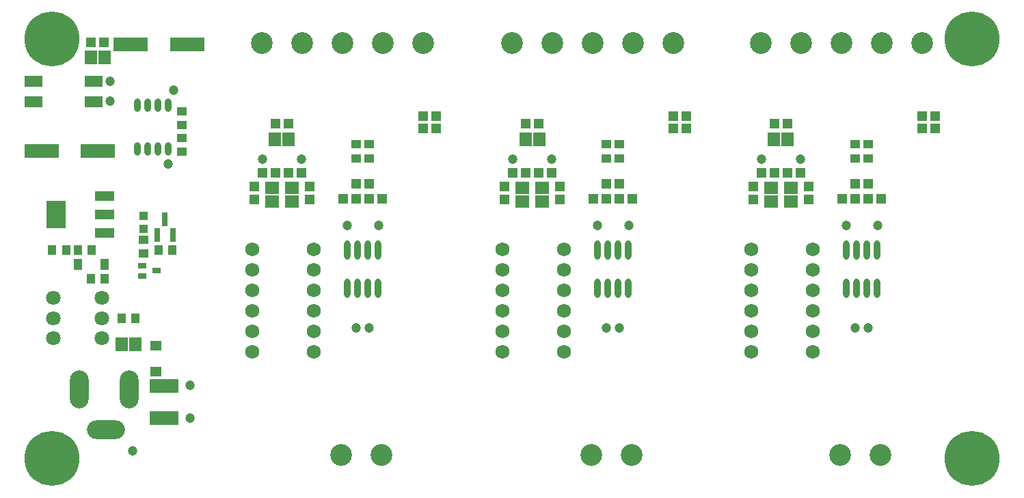
<source format=gts>
G04*
G04 #@! TF.GenerationSoftware,Altium Limited,Altium Designer,18.0.12 (696)*
G04*
G04 Layer_Color=8388736*
%FSAX43Y43*%
%MOMM*%
G71*
G01*
G75*
%ADD15O,0.803X2.403*%
%ADD16C,1.203*%
%ADD17R,1.203X1.103*%
%ADD18R,1.203X1.203*%
%ADD19R,1.203X1.203*%
%ADD20R,1.703X1.503*%
%ADD21R,1.503X1.703*%
%ADD22R,2.403X1.203*%
%ADD23R,2.403X3.503*%
%ADD24R,3.603X1.803*%
%ADD25R,2.203X1.403*%
%ADD26R,4.203X1.803*%
%ADD27O,0.803X1.653*%
%ADD28R,0.803X1.703*%
%ADD29R,1.103X1.003*%
%ADD30R,1.103X1.203*%
%ADD31R,1.103X0.703*%
%ADD32R,1.113X1.423*%
%ADD33R,1.440X1.240*%
%ADD34C,1.727*%
%ADD35C,2.703*%
%ADD36C,1.803*%
%ADD37O,2.303X4.703*%
%ADD38O,4.703X2.303*%
%ADD39C,6.800*%
D15*
X0102395Y0025100D02*
D03*
X0103665D02*
D03*
X0104935D02*
D03*
X0106205D02*
D03*
X0102395Y0029900D02*
D03*
X0103665D02*
D03*
X0104935D02*
D03*
X0106205D02*
D03*
X0071595Y0025100D02*
D03*
X0072865D02*
D03*
X0074135D02*
D03*
X0075405D02*
D03*
X0071595Y0029900D02*
D03*
X0072865D02*
D03*
X0074135D02*
D03*
X0075405D02*
D03*
X0040595Y0025100D02*
D03*
X0041865D02*
D03*
X0043135D02*
D03*
X0044405D02*
D03*
X0040595Y0029900D02*
D03*
X0041865D02*
D03*
X0043135D02*
D03*
X0044405D02*
D03*
D16*
X0103500Y0020200D02*
D03*
X0102400Y0032900D02*
D03*
X0105100Y0020200D02*
D03*
X0106300Y0032900D02*
D03*
X0091900Y0041100D02*
D03*
X0096700D02*
D03*
X0065900D02*
D03*
X0061100D02*
D03*
X0075500Y0032900D02*
D03*
X0074300Y0020200D02*
D03*
X0071600Y0032900D02*
D03*
X0072700Y0020200D02*
D03*
X0030100Y0041100D02*
D03*
X0043300Y0020200D02*
D03*
X0041700D02*
D03*
X0044500Y0032900D02*
D03*
X0040600D02*
D03*
X0034900Y0041100D02*
D03*
X0011200Y0050800D02*
D03*
Y0048300D02*
D03*
X0018415Y0040513D02*
D03*
X0019050Y0049657D02*
D03*
X0021082Y0009017D02*
D03*
Y0013081D02*
D03*
X0013970Y0004953D02*
D03*
D17*
X0103500Y0042950D02*
D03*
Y0041250D02*
D03*
X0105100Y0042950D02*
D03*
Y0041250D02*
D03*
X0074300Y0042950D02*
D03*
Y0041250D02*
D03*
X0072700Y0042950D02*
D03*
Y0041250D02*
D03*
X0041700D02*
D03*
Y0042950D02*
D03*
X0043300Y0041250D02*
D03*
Y0042950D02*
D03*
X0020066Y0045378D02*
D03*
Y0047078D02*
D03*
Y0042076D02*
D03*
Y0043776D02*
D03*
X0015400Y0029450D02*
D03*
Y0031150D02*
D03*
D18*
X0111800Y0046500D02*
D03*
Y0044900D02*
D03*
X0090900Y0037700D02*
D03*
Y0036100D02*
D03*
X0097700Y0037700D02*
D03*
Y0036100D02*
D03*
X0113400Y0044900D02*
D03*
Y0046500D02*
D03*
X0082600Y0044900D02*
D03*
Y0046500D02*
D03*
X0066900Y0037700D02*
D03*
Y0036100D02*
D03*
X0060100Y0037700D02*
D03*
Y0036100D02*
D03*
X0081000Y0046500D02*
D03*
Y0044900D02*
D03*
X0051600Y0046500D02*
D03*
Y0044900D02*
D03*
X0050000Y0044900D02*
D03*
Y0046500D02*
D03*
X0035900Y0036100D02*
D03*
Y0037700D02*
D03*
X0029100Y0036100D02*
D03*
Y0037700D02*
D03*
D19*
X0103500Y0036200D02*
D03*
X0101900D02*
D03*
X0103500Y0038100D02*
D03*
X0105100D02*
D03*
X0106700Y0036200D02*
D03*
X0105100D02*
D03*
X0091900Y0039400D02*
D03*
X0093500D02*
D03*
Y0045500D02*
D03*
X0095100D02*
D03*
Y0039400D02*
D03*
X0096700D02*
D03*
X0064300D02*
D03*
X0065900D02*
D03*
X0062700Y0045500D02*
D03*
X0064300D02*
D03*
X0061100Y0039400D02*
D03*
X0062700D02*
D03*
X0075900Y0036200D02*
D03*
X0074300D02*
D03*
X0072700Y0038100D02*
D03*
X0074300D02*
D03*
X0072700Y0036200D02*
D03*
X0071100D02*
D03*
X0043300D02*
D03*
X0044900D02*
D03*
X0040100D02*
D03*
X0041700D02*
D03*
X0043300Y0038100D02*
D03*
X0041700D02*
D03*
X0031700Y0039400D02*
D03*
X0030100D02*
D03*
X0034900D02*
D03*
X0033300D02*
D03*
Y0045500D02*
D03*
X0031700D02*
D03*
X0010452Y0055626D02*
D03*
X0008852D02*
D03*
D20*
X0093100Y0035850D02*
D03*
Y0037550D02*
D03*
X0095500Y0037550D02*
D03*
Y0035850D02*
D03*
X0064700Y0037550D02*
D03*
Y0035850D02*
D03*
X0062300Y0035850D02*
D03*
Y0037550D02*
D03*
X0031300D02*
D03*
Y0035850D02*
D03*
X0033700Y0035850D02*
D03*
Y0037550D02*
D03*
D21*
X0093450Y0043600D02*
D03*
X0095150D02*
D03*
X0062650D02*
D03*
X0064350D02*
D03*
X0033350D02*
D03*
X0031650D02*
D03*
X0010502Y0053721D02*
D03*
X0008802D02*
D03*
X0014350Y0018200D02*
D03*
X0012650D02*
D03*
D22*
X0010509Y0031984D02*
D03*
Y0034284D02*
D03*
Y0036584D02*
D03*
D23*
X0004509Y0034284D02*
D03*
D24*
X0017907Y0009049D02*
D03*
Y0013049D02*
D03*
D25*
X0009211Y0050800D02*
D03*
Y0048260D02*
D03*
X0001711Y0050800D02*
D03*
Y0048260D02*
D03*
D26*
X0020772Y0055372D02*
D03*
X0013772D02*
D03*
X0002723Y0042164D02*
D03*
X0009723D02*
D03*
D27*
X0018415Y0047810D02*
D03*
X0017145D02*
D03*
X0015875D02*
D03*
X0014605D02*
D03*
X0018415Y0042360D02*
D03*
X0017145D02*
D03*
X0015875D02*
D03*
X0014605D02*
D03*
D28*
X0017076Y0031744D02*
D03*
X0018976D02*
D03*
X0018026Y0033644D02*
D03*
D29*
X0015400Y0032475D02*
D03*
Y0034125D02*
D03*
D30*
X0008850Y0026300D02*
D03*
X0010550D02*
D03*
X0012650Y0021400D02*
D03*
X0014350D02*
D03*
X0017237Y0029839D02*
D03*
X0018937D02*
D03*
X0005750Y0029900D02*
D03*
X0004050D02*
D03*
X0007250D02*
D03*
X0008950D02*
D03*
D31*
X0017000Y0027300D02*
D03*
X0015200Y0026650D02*
D03*
Y0027950D02*
D03*
D32*
X0010541Y0028061D02*
D03*
X0007271D02*
D03*
D33*
X0016891Y0014783D02*
D03*
Y0017983D02*
D03*
D34*
X0090590Y0029950D02*
D03*
Y0027410D02*
D03*
Y0024870D02*
D03*
Y0022330D02*
D03*
Y0019790D02*
D03*
Y0017250D02*
D03*
X0098210D02*
D03*
Y0019790D02*
D03*
Y0022330D02*
D03*
Y0024870D02*
D03*
Y0027410D02*
D03*
Y0029950D02*
D03*
X0059790D02*
D03*
Y0027410D02*
D03*
Y0024870D02*
D03*
Y0022330D02*
D03*
Y0019790D02*
D03*
Y0017250D02*
D03*
X0067410D02*
D03*
Y0019790D02*
D03*
Y0022330D02*
D03*
Y0024870D02*
D03*
Y0027410D02*
D03*
Y0029950D02*
D03*
X0036410D02*
D03*
Y0027410D02*
D03*
Y0024870D02*
D03*
Y0022330D02*
D03*
Y0019790D02*
D03*
Y0017250D02*
D03*
X0028790D02*
D03*
Y0019790D02*
D03*
Y0022330D02*
D03*
Y0024870D02*
D03*
Y0027410D02*
D03*
Y0029950D02*
D03*
D35*
X0096800Y0055500D02*
D03*
X0091800D02*
D03*
X0101600Y0004500D02*
D03*
X0106600D02*
D03*
X0111800Y0055500D02*
D03*
X0106800D02*
D03*
X0101800D02*
D03*
X0081000D02*
D03*
X0076000D02*
D03*
X0071000D02*
D03*
X0070800Y0004500D02*
D03*
X0075800D02*
D03*
X0066000Y0055500D02*
D03*
X0061000D02*
D03*
X0040000D02*
D03*
X0045000D02*
D03*
X0050000D02*
D03*
X0030000D02*
D03*
X0035000D02*
D03*
X0044800Y0004500D02*
D03*
X0039800D02*
D03*
D36*
X0004200Y0023900D02*
D03*
Y0021400D02*
D03*
Y0018900D02*
D03*
X0010200Y0023900D02*
D03*
Y0021400D02*
D03*
Y0018900D02*
D03*
D37*
X0007439Y0012573D02*
D03*
X0013589D02*
D03*
D38*
X0010739Y0007573D02*
D03*
D39*
X0004000Y0004000D02*
D03*
Y0056000D02*
D03*
X0118000D02*
D03*
Y0004000D02*
D03*
M02*

</source>
